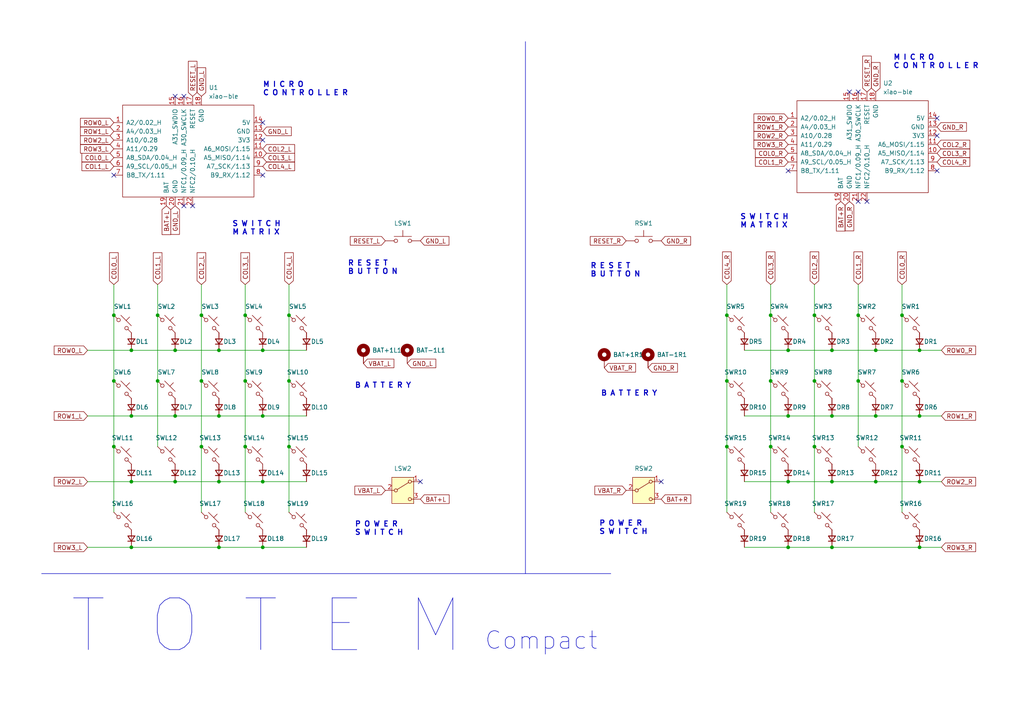
<source format=kicad_sch>
(kicad_sch (version 20250114) (generator "eeschema") (generator_version "9.0")
  (paper "A4")
  (lib_symbols
    (symbol "Device:D_Small" (pin_numbers (hide yes)) (pin_names (offset 0.254) (hide yes))
      (property "Reference" "D" (at -1.27 2.032 0))
      (property "Value" "D_Small" (at -3.81 -2.032 0))
      (symbol "D_Small_0_1"
        (polyline (pts (xy -0.762 0) (xy 0.762 0)))
        (polyline (pts (xy -0.762 -1.016) (xy -0.762 1.016)) (stroke (width 0.254)))
        (polyline (pts (xy 0.762 -1.016) (xy -0.762 0) (xy 0.762 1.016) (xy 0.762 -1.016)) (stroke (width 0.254)))
      )
      (symbol "D_Small_1_1"
        (pin passive line (at -2.54 0 0) (length 1.778) (name "K") (number "1"))
        (pin passive line (at 2.54 0 180) (length 1.778) (name "A") (number "2"))
      )
    )
    (symbol "Mechanical:MountingHole_Pad" (pin_numbers (hide yes)) (pin_names (offset 1.016) (hide yes)) (in_bom no)
      (property "Reference" "H" (at 0 6.35 0))
      (property "Value" "MountingHole_Pad" (at 0 4.445 0))
      (symbol "MountingHole_Pad_0_1"
        (circle (center 0 1.27) (radius 1.27) (stroke (width 1.27)))
      )
      (symbol "MountingHole_Pad_1_1"
        (pin input line (at 0 -2.54 90) (length 2.54) (name "1") (number "1"))
      )
    )
    (symbol "Switch:SW_Push" (pin_numbers (hide yes)) (pin_names (offset 1.016) (hide yes))
      (property "Reference" "SW" (at 1.27 2.54 0))
      (property "Value" "SW_Push" (at 0 -1.524 0))
      (symbol "SW_Push_0_1"
        (circle (center -2.032 0) (radius 0.508))
        (polyline (pts (xy 0 1.27) (xy 0 3.048)))
        (circle (center 2.032 0) (radius 0.508))
        (polyline (pts (xy 2.54 1.27) (xy -2.54 1.27)))
        (pin passive line (at -5.08 0 0) (length 2.54) (name "1") (number "1"))
        (pin passive line (at 5.08 0 180) (length 2.54) (name "2") (number "2"))
      )
    )
    (symbol "Switch:SW_Push_45deg" (pin_numbers (hide yes)) (pin_names (offset 1.016) (hide yes))
      (property "Reference" "SW" (at 3.048 1.016 0))
      (property "Value" "SW_Push_45deg" (at 0 -3.81 0))
      (symbol "SW_Push_45deg_0_1"
        (polyline (pts (xy -2.54 2.54) (xy -1.524 1.524) (xy -1.524 1.524)))
        (circle (center -1.1684 1.1684) (radius 0.508))
        (polyline (pts (xy -0.508 2.54) (xy 2.54 -0.508)))
        (polyline (pts (xy 1.016 1.016) (xy 2.032 2.032)))
        (circle (center 1.143 -1.1938) (radius 0.508))
        (polyline (pts (xy 1.524 -1.524) (xy 2.54 -2.54) (xy 2.54 -2.54) (xy 2.54 -2.54)))
        (pin passive line (at -2.54 2.54 0) (length 0) (name "1") (number "1"))
        (pin passive line (at 2.54 -2.54 180) (length 0) (name "2") (number "2"))
      )
    )
    (symbol "Switch:SW_SPDT" (pin_names (offset 0) (hide yes))
      (property "Reference" "SW" (at 0 5.08 0))
      (property "Value" "SW_SPDT" (at 0 -5.08 0))
      (symbol "SW_SPDT_0_1"
        (circle (center -2.032 0) (radius 0.4572))
        (polyline (pts (xy -1.651 0.254) (xy 1.651 2.286)))
        (circle (center 2.032 2.54) (radius 0.4572))
        (circle (center 2.032 -2.54) (radius 0.4572))
      )
      (symbol "SW_SPDT_1_1"
        (rectangle (start -3.175 3.81) (end 3.175 -3.81) (fill (type background)))
        (pin passive line (at -5.08 0 0) (length 2.54) (name "B") (number "2"))
        (pin passive line (at 5.08 2.54 180) (length 2.54) (name "A") (number "1"))
        (pin passive line (at 5.08 -2.54 180) (length 2.54) (name "C") (number "3"))
      )
    )
    (symbol "mcu:xiao-ble" (pin_names (offset 1.016))
      (property "Reference" "U" (at -17.78 16.51 0))
      (property "Value" "xiao-ble" (at -15.24 13.97 0))
      (symbol "xiao-ble_0_1"
        (rectangle (start -19.05 12.7) (end 19.05 -13.97))
      )
      (symbol "xiao-ble_1_1"
        (pin bidirectional line (at -21.59 7.62 0) (length 2.54) (name "A2/0.02_H") (number "1"))
        (pin bidirectional line (at -21.59 5.08 0) (length 2.54) (name "A4/0.03_H") (number "2"))
        (pin bidirectional line (at -21.59 2.54 0) (length 2.54) (name "A10/0.28") (number "3"))
        (pin bidirectional line (at -21.59 0 0) (length 2.54) (name "A11/0.29") (number "4"))
        (pin bidirectional line (at -21.59 -2.54 0) (length 2.54) (name "A8_SDA/0.04_H") (number "5"))
        (pin bidirectional line (at -21.59 -5.08 0) (length 2.54) (name "A9_SCL/0.05_H") (number "6"))
        (pin bidirectional line (at -21.59 -7.62 0) (length 2.54) (name "B8_TX/1.11") (number "7"))
        (pin bidirectional line (at -6.35 -16.51 90) (length 2.54) (name "BAT") (number "19"))
        (pin input line (at -3.81 15.24 270) (length 2.54) (name "A31_SWDIO") (number "15"))
        (pin power_out line (at -3.81 -16.51 90) (length 2.54) (name "GND") (number "20"))
        (pin input line (at -1.27 15.24 270) (length 2.54) (name "A30_SWCLK") (number "16"))
        (pin bidirectional line (at -1.27 -16.51 90) (length 2.54) (name "NFC1/0.09_H") (number "21"))
        (pin input line (at 1.27 15.24 270) (length 2.54) (name "RESET") (number "17"))
        (pin bidirectional line (at 1.27 -16.51 90) (length 2.54) (name "NFC2/0.10_H") (number "22"))
        (pin power_out line (at 3.81 15.24 270) (length 2.54) (name "GND") (number "18"))
        (pin power_out line (at 21.59 7.62 180) (length 2.54) (name "5V") (number "14"))
        (pin power_out line (at 21.59 5.08 180) (length 2.54) (name "GND") (number "13"))
        (pin power_out line (at 21.59 2.54 180) (length 2.54) (name "3V3") (number "12"))
        (pin bidirectional line (at 21.59 0 180) (length 2.54) (name "A6_MOSI/1.15") (number "11"))
        (pin bidirectional line (at 21.59 -2.54 180) (length 2.54) (name "A5_MISO/1.14") (number "10"))
        (pin bidirectional line (at 21.59 -5.08 180) (length 2.54) (name "A7_SCK/1.13") (number "9"))
        (pin bidirectional line (at 21.59 -7.62 180) (length 2.54) (name "B9_RX/1.12") (number "8"))
      )
    )
  )
  (text "M I C R O \nC O N T R O L L E R" (at 259.08 20.066 0) (effects (font (size 1.5 1.5) (thickness 0.3) (bold yes)) (justify left bottom)))
  (text "B A T T E R Y" (at 174.244 115.062 0) (effects (font (size 1.5 1.5) (thickness 0.3) (bold yes)) (justify left bottom)))
  (text "S W I T C H\nM A T R I X" (at 67.31 68.326 0) (effects (font (size 1.5 1.5) (thickness 0.3) (bold yes)) (justify left bottom)))
  (text "S W I T C H\nM A T R I X" (at 214.63 66.294 0) (effects (font (size 1.5 1.5) (thickness 0.3) (bold yes)) (justify left bottom)))
  (text "P O W E R\nS W I T C H" (at 173.736 155.194 0) (effects (font (size 1.5 1.5) (thickness 0.3) (bold yes)) (justify left bottom)))
  (text "B A T T E R Y" (at 102.87 112.776 0) (effects (font (size 1.5 1.5) (thickness 0.3) (bold yes)) (justify left bottom)))
  (text "P O W E R\nS W I T C H" (at 102.87 155.448 0) (effects (font (size 1.5 1.5) (thickness 0.3) (bold yes)) (justify left bottom)))
  (text "Compact" (at 156.972 185.928 0) (effects (font (size 5.08 5.08))))
  (text "R E S E T \nB U T T O N" (at 100.838 79.756 0) (effects (font (size 1.5 1.5) (thickness 0.3) (bold yes)) (justify left bottom)))
  (text "T O T E M" (at 19.812 190.5 0) (effects (font (size 15 15)) (justify left bottom)))
  (text "R E S E T \nB U T T O N" (at 171.196 80.518 0) (effects (font (size 1.5 1.5) (thickness 0.3) (bold yes)) (justify left bottom)))
  (text "M I C R O \nC O N T R O L L E R" (at 76.2 27.94 0) (effects (font (size 1.5 1.5) (thickness 0.3) (bold yes)) (justify left bottom)))
  (junction (at 38.1 101.6))
  (junction (at 76.2 139.7))
  (junction (at 83.82 91.44))
  (junction (at 266.7 101.6))
  (junction (at 50.8 139.7))
  (junction (at 241.3 139.7))
  (junction (at 266.7 120.65))
  (junction (at 236.22 110.49))
  (junction (at 63.5 101.6))
  (junction (at 33.02 91.44))
  (junction (at 71.12 129.54))
  (junction (at 76.2 158.75))
  (junction (at 71.12 91.44))
  (junction (at 63.5 158.75))
  (junction (at 228.6 101.6))
  (junction (at 223.52 91.44))
  (junction (at 58.42 129.54))
  (junction (at 83.82 129.54))
  (junction (at 228.6 158.75))
  (junction (at 38.1 158.75))
  (junction (at 71.12 110.49))
  (junction (at 210.82 129.54))
  (junction (at 76.2 120.65))
  (junction (at 261.62 91.44))
  (junction (at 38.1 139.7))
  (junction (at 223.52 129.54))
  (junction (at 241.3 101.6))
  (junction (at 261.62 129.54))
  (junction (at 254 120.65))
  (junction (at 76.2 101.6))
  (junction (at 254 139.7))
  (junction (at 45.72 91.44))
  (junction (at 33.02 110.49))
  (junction (at 254 101.6))
  (junction (at 228.6 120.65))
  (junction (at 58.42 91.44))
  (junction (at 45.72 110.49))
  (junction (at 33.02 129.54))
  (junction (at 248.92 91.44))
  (junction (at 228.6 139.7))
  (junction (at 210.82 91.44))
  (junction (at 50.8 120.65))
  (junction (at 63.5 139.7))
  (junction (at 58.42 110.49))
  (junction (at 38.1 120.65))
  (junction (at 266.7 139.7))
  (junction (at 261.62 110.49))
  (junction (at 241.3 158.75))
  (junction (at 210.82 110.49))
  (junction (at 50.8 101.6))
  (junction (at 236.22 91.44))
  (junction (at 266.7 158.75))
  (junction (at 236.22 129.54))
  (junction (at 223.52 110.49))
  (junction (at 83.82 110.49))
  (junction (at 248.92 110.49))
  (junction (at 241.3 120.65))
  (junction (at 63.5 120.65))
  (no_connect (at 76.2 40.64))
  (no_connect (at 248.92 58.42))
  (no_connect (at 191.77 139.7))
  (no_connect (at 248.92 26.67))
  (no_connect (at 53.34 59.69))
  (no_connect (at 121.92 139.7))
  (no_connect (at 271.78 34.29))
  (no_connect (at 251.46 58.42))
  (no_connect (at 53.34 27.94))
  (no_connect (at 271.78 39.37))
  (no_connect (at 33.02 50.8))
  (no_connect (at 50.8 27.94))
  (no_connect (at 76.2 50.8))
  (no_connect (at 76.2 35.56))
  (no_connect (at 271.78 49.53))
  (no_connect (at 228.6 49.53))
  (no_connect (at 55.88 59.69))
  (no_connect (at 246.38 26.67))
  (polyline (pts (xy 12.065 166.37) (xy 177.165 166.37)))
  (wire (pts (xy 254 120.65) (xy 266.7 120.65)))
  (wire (pts (xy 210.82 110.49) (xy 210.82 129.54)))
  (wire (pts (xy 38.1 139.7) (xy 50.8 139.7)))
  (wire (pts (xy 63.5 120.65) (xy 76.2 120.65)))
  (wire (pts (xy 261.62 129.54) (xy 261.62 148.59)))
  (wire (pts (xy 215.9 120.65) (xy 228.6 120.65)))
  (wire (pts (xy 261.62 91.44) (xy 261.62 110.49)))
  (wire (pts (xy 58.42 110.49) (xy 58.42 129.54)))
  (wire (pts (xy 241.3 101.6) (xy 254 101.6)))
  (wire (pts (xy 248.92 110.49) (xy 248.92 129.54)))
  (wire (pts (xy 25.4 120.65) (xy 38.1 120.65)))
  (wire (pts (xy 266.7 101.6) (xy 273.05 101.6)))
  (wire (pts (xy 228.6 120.65) (xy 241.3 120.65)))
  (wire (pts (xy 228.6 139.7) (xy 241.3 139.7)))
  (wire (pts (xy 261.62 82.55) (xy 261.62 91.44)))
  (wire (pts (xy 58.42 82.55) (xy 58.42 91.44)))
  (wire (pts (xy 223.52 110.49) (xy 223.52 129.54)))
  (wire (pts (xy 45.72 91.44) (xy 45.72 110.49)))
  (wire (pts (xy 261.62 110.49) (xy 261.62 129.54)))
  (wire (pts (xy 58.42 91.44) (xy 58.42 110.49)))
  (wire (pts (xy 63.5 101.6) (xy 76.2 101.6)))
  (wire (pts (xy 50.8 139.7) (xy 63.5 139.7)))
  (wire (pts (xy 76.2 139.7) (xy 88.9 139.7)))
  (wire (pts (xy 210.82 129.54) (xy 210.82 148.59)))
  (wire (pts (xy 63.5 158.75) (xy 76.2 158.75)))
  (wire (pts (xy 25.4 101.6) (xy 38.1 101.6)))
  (wire (pts (xy 83.82 110.49) (xy 83.82 129.54)))
  (wire (pts (xy 215.9 101.6) (xy 228.6 101.6)))
  (wire (pts (xy 71.12 129.54) (xy 71.12 148.59)))
  (wire (pts (xy 210.82 91.44) (xy 210.82 110.49)))
  (wire (pts (xy 50.8 101.6) (xy 63.5 101.6)))
  (wire (pts (xy 215.9 158.75) (xy 228.6 158.75)))
  (wire (pts (xy 38.1 120.65) (xy 50.8 120.65)))
  (wire (pts (xy 33.02 82.55) (xy 33.02 91.44)))
  (wire (pts (xy 25.4 139.7) (xy 38.1 139.7)))
  (wire (pts (xy 228.6 158.75) (xy 241.3 158.75)))
  (wire (pts (xy 223.52 82.55) (xy 223.52 91.44)))
  (wire (pts (xy 254 139.7) (xy 266.7 139.7)))
  (wire (pts (xy 248.92 82.55) (xy 248.92 91.44)))
  (wire (pts (xy 241.3 158.75) (xy 266.7 158.75)))
  (wire (pts (xy 83.82 129.54) (xy 83.82 148.59)))
  (wire (pts (xy 38.1 101.6) (xy 50.8 101.6)))
  (wire (pts (xy 25.4 158.75) (xy 38.1 158.75)))
  (wire (pts (xy 241.3 139.7) (xy 254 139.7)))
  (wire (pts (xy 236.22 129.54) (xy 236.22 148.59)))
  (wire (pts (xy 266.7 120.65) (xy 273.05 120.65)))
  (wire (pts (xy 236.22 110.49) (xy 236.22 129.54)))
  (wire (pts (xy 83.82 82.55) (xy 83.82 91.44)))
  (wire (pts (xy 223.52 91.44) (xy 223.52 110.49)))
  (wire (pts (xy 228.6 101.6) (xy 241.3 101.6)))
  (wire (pts (xy 38.1 158.75) (xy 63.5 158.75)))
  (wire (pts (xy 266.7 139.7) (xy 273.05 139.7)))
  (wire (pts (xy 58.42 129.54) (xy 58.42 148.59)))
  (wire (pts (xy 248.92 91.44) (xy 248.92 110.49)))
  (wire (pts (xy 236.22 91.44) (xy 236.22 110.49)))
  (wire (pts (xy 215.9 139.7) (xy 228.6 139.7)))
  (wire (pts (xy 210.82 82.55) (xy 210.82 91.44)))
  (wire (pts (xy 266.7 158.75) (xy 273.05 158.75)))
  (wire (pts (xy 45.72 82.55) (xy 45.72 91.44)))
  (wire (pts (xy 223.52 129.54) (xy 223.52 148.59)))
  (wire (pts (xy 63.5 139.7) (xy 76.2 139.7)))
  (wire (pts (xy 33.02 110.49) (xy 33.02 129.54)))
  (wire (pts (xy 76.2 158.75) (xy 88.9 158.75)))
  (wire (pts (xy 254 101.6) (xy 266.7 101.6)))
  (wire (pts (xy 241.3 120.65) (xy 254 120.65)))
  (wire (pts (xy 50.8 120.65) (xy 63.5 120.65)))
  (wire (pts (xy 33.02 91.44) (xy 33.02 110.49)))
  (wire (pts (xy 45.72 110.49) (xy 45.72 129.54)))
  (wire (pts (xy 71.12 82.55) (xy 71.12 91.44)))
  (wire (pts (xy 83.82 91.44) (xy 83.82 110.49)))
  (wire (pts (xy 71.12 110.49) (xy 71.12 129.54)))
  (wire (pts (xy 71.12 91.44) (xy 71.12 110.49)))
  (wire (pts (xy 33.02 129.54) (xy 33.02 148.59)))
  (wire (pts (xy 236.22 82.55) (xy 236.22 91.44)))
  (polyline (pts (xy 152.4 12.065) (xy 152.4 166.37)))
  (wire (pts (xy 76.2 101.6) (xy 88.9 101.6)))
  (wire (pts (xy 76.2 120.65) (xy 88.9 120.65)))
  (global_label "COL4_L" (shape input) (at 76.2 48.26 0) (property "Intersheetrefs" "${INTERSHEET_REFS}" (effects (hide yes))))
  (global_label "COL1_R" (shape input) (at 248.92 82.55 90) (property "Intersheetrefs" "${INTERSHEET_REFS}" (effects (hide yes))))
  (global_label "COL0_R" (shape input) (at 228.6 44.45 180) (property "Intersheetrefs" "${INTERSHEET_REFS}" (effects (hide yes))))
  (global_label "COL0_R" (shape input) (at 261.62 82.55 90) (property "Intersheetrefs" "${INTERSHEET_REFS}" (effects (hide yes))))
  (global_label "GND_L" (shape input) (at 118.11 105.41 0) (property "Intersheetrefs" "${INTERSHEET_REFS}" (effects (hide yes))))
  (global_label "COL0_L" (shape input) (at 33.02 45.72 180) (property "Intersheetrefs" "${INTERSHEET_REFS}" (effects (hide yes))))
  (global_label "GND_R" (shape input) (at 187.96 106.68 0) (property "Intersheetrefs" "${INTERSHEET_REFS}" (effects (hide yes))))
  (global_label "COL2_R" (shape input) (at 236.22 82.55 90) (property "Intersheetrefs" "${INTERSHEET_REFS}" (effects (hide yes))))
  (global_label "COL3_L" (shape input) (at 76.2 45.72 0) (property "Intersheetrefs" "${INTERSHEET_REFS}" (effects (hide yes))))
  (global_label "COL1_R" (shape input) (at 228.6 46.99 180) (property "Intersheetrefs" "${INTERSHEET_REFS}" (effects (hide yes))))
  (global_label "ROW3_R" (shape input) (at 273.05 158.75 0) (property "Intersheetrefs" "${INTERSHEET_REFS}" (effects (hide yes))))
  (global_label "GND_L" (shape input) (at 50.8 59.69 270) (property "Intersheetrefs" "${INTERSHEET_REFS}" (effects (hide yes))))
  (global_label "ROW1_R" (shape input) (at 228.6 36.83 180) (property "Intersheetrefs" "${INTERSHEET_REFS}" (effects (hide yes))))
  (global_label "ROW2_R" (shape input) (at 228.6 39.37 180) (property "Intersheetrefs" "${INTERSHEET_REFS}" (effects (hide yes))))
  (global_label "GND_R" (shape input) (at 246.38 58.42 270) (property "Intersheetrefs" "${INTERSHEET_REFS}" (effects (hide yes))))
  (global_label "ROW2_L" (shape input) (at 33.02 40.64 180) (property "Intersheetrefs" "${INTERSHEET_REFS}" (effects (hide yes))))
  (global_label "COL3_R" (shape input) (at 223.52 82.55 90) (property "Intersheetrefs" "${INTERSHEET_REFS}" (effects (hide yes))))
  (global_label "ROW0_L" (shape input) (at 25.4 101.6 180) (property "Intersheetrefs" "${INTERSHEET_REFS}" (effects (hide yes))))
  (global_label "ROW3_L" (shape input) (at 25.4 158.75 180) (property "Intersheetrefs" "${INTERSHEET_REFS}" (effects (hide yes))))
  (global_label "ROW2_L" (shape input) (at 25.4 139.7 180) (property "Intersheetrefs" "${INTERSHEET_REFS}" (effects (hide yes))))
  (global_label "ROW2_R" (shape input) (at 273.05 139.7 0) (property "Intersheetrefs" "${INTERSHEET_REFS}" (effects (hide yes))))
  (global_label "COL3_R" (shape input) (at 271.78 44.45 0) (property "Intersheetrefs" "${INTERSHEET_REFS}" (effects (hide yes))))
  (global_label "COL3_L" (shape input) (at 71.12 82.55 90) (property "Intersheetrefs" "${INTERSHEET_REFS}" (effects (hide yes))))
  (global_label "RESET_L" (shape input) (at 111.76 69.85 180) (property "Intersheetrefs" "${INTERSHEET_REFS}" (effects (hide yes))))
  (global_label "ROW0_R" (shape input) (at 228.6 34.29 180) (property "Intersheetrefs" "${INTERSHEET_REFS}" (effects (hide yes))))
  (global_label "ROW1_L" (shape input) (at 33.02 38.1 180) (property "Intersheetrefs" "${INTERSHEET_REFS}" (effects (hide yes))))
  (global_label "ROW1_L" (shape input) (at 25.4 120.65 180) (property "Intersheetrefs" "${INTERSHEET_REFS}" (effects (hide yes))))
  (global_label "GND_R" (shape input) (at 254 26.67 90) (property "Intersheetrefs" "${INTERSHEET_REFS}" (effects (hide yes))))
  (global_label "BAT+L" (shape input) (at 121.92 144.78 0) (property "Intersheetrefs" "${INTERSHEET_REFS}" (effects (hide yes))))
  (global_label "ROW3_L" (shape input) (at 33.02 43.18 180) (property "Intersheetrefs" "${INTERSHEET_REFS}" (effects (hide yes))))
  (global_label "VBAT_L" (shape input) (at 105.41 105.41 0) (property "Intersheetrefs" "${INTERSHEET_REFS}" (effects (hide yes))))
  (global_label "BAT+R" (shape input) (at 243.84 58.42 270) (property "Intersheetrefs" "${INTERSHEET_REFS}" (effects (hide yes))))
  (global_label "COL1_L" (shape input) (at 33.02 48.26 180) (property "Intersheetrefs" "${INTERSHEET_REFS}" (effects (hide yes))))
  (global_label "ROW3_R" (shape input) (at 228.6 41.91 180) (property "Intersheetrefs" "${INTERSHEET_REFS}" (effects (hide yes))))
  (global_label "GND_L" (shape input) (at 121.92 69.85 0) (property "Intersheetrefs" "${INTERSHEET_REFS}" (effects (hide yes))))
  (global_label "COL4_R" (shape input) (at 210.82 82.55 90) (property "Intersheetrefs" "${INTERSHEET_REFS}" (effects (hide yes))))
  (global_label "GND_R" (shape input) (at 271.78 36.83 0) (property "Intersheetrefs" "${INTERSHEET_REFS}" (effects (hide yes))))
  (global_label "ROW0_L" (shape input) (at 33.02 35.56 180) (property "Intersheetrefs" "${INTERSHEET_REFS}" (effects (hide yes))))
  (global_label "COL2_L" (shape input) (at 76.2 43.18 0) (property "Intersheetrefs" "${INTERSHEET_REFS}" (effects (hide yes))))
  (global_label "COL1_L" (shape input) (at 45.72 82.55 90) (property "Intersheetrefs" "${INTERSHEET_REFS}" (effects (hide yes))))
  (global_label "RESET_L" (shape input) (at 55.88 27.94 90) (property "Intersheetrefs" "${INTERSHEET_REFS}" (effects (hide yes))))
  (global_label "COL0_L" (shape input) (at 33.02 82.55 90) (property "Intersheetrefs" "${INTERSHEET_REFS}" (effects (hide yes))))
  (global_label "ROW0_R" (shape input) (at 273.05 101.6 0) (property "Intersheetrefs" "${INTERSHEET_REFS}" (effects (hide yes))))
  (global_label "RESET_R" (shape input) (at 181.61 69.85 180) (property "Intersheetrefs" "${INTERSHEET_REFS}" (effects (hide yes))))
  (global_label "VBAT_L" (shape input) (at 111.76 142.24 180) (property "Intersheetrefs" "${INTERSHEET_REFS}" (effects (hide yes))))
  (global_label "BAT+R" (shape input) (at 191.77 144.78 0) (property "Intersheetrefs" "${INTERSHEET_REFS}" (effects (hide yes))))
  (global_label "ROW1_R" (shape input) (at 273.05 120.65 0) (property "Intersheetrefs" "${INTERSHEET_REFS}" (effects (hide yes))))
  (global_label "GND_L" (shape input) (at 58.42 27.94 90) (property "Intersheetrefs" "${INTERSHEET_REFS}" (effects (hide yes))))
  (global_label "VBAT_R" (shape input) (at 181.61 142.24 180) (property "Intersheetrefs" "${INTERSHEET_REFS}" (effects (hide yes))))
  (global_label "COL4_L" (shape input) (at 83.82 82.55 90) (property "Intersheetrefs" "${INTERSHEET_REFS}" (effects (hide yes))))
  (global_label "GND_R" (shape input) (at 191.77 69.85 0) (property "Intersheetrefs" "${INTERSHEET_REFS}" (effects (hide yes))))
  (global_label "VBAT_R" (shape input) (at 175.26 106.68 0) (property "Intersheetrefs" "${INTERSHEET_REFS}" (effects (hide yes))))
  (global_label "BAT+L" (shape input) (at 48.26 59.69 270) (property "Intersheetrefs" "${INTERSHEET_REFS}" (effects (hide yes))))
  (global_label "COL4_R" (shape input) (at 271.78 46.99 0) (property "Intersheetrefs" "${INTERSHEET_REFS}" (effects (hide yes))))
  (global_label "COL2_L" (shape input) (at 58.42 82.55 90) (property "Intersheetrefs" "${INTERSHEET_REFS}" (effects (hide yes))))
  (global_label "GND_L" (shape input) (at 76.2 38.1 0) (property "Intersheetrefs" "${INTERSHEET_REFS}" (effects (hide yes))))
  (global_label "RESET_R" (shape input) (at 251.46 26.67 90) (property "Intersheetrefs" "${INTERSHEET_REFS}" (effects (hide yes))))
  (global_label "COL2_R" (shape input) (at 271.78 41.91 0) (property "Intersheetrefs" "${INTERSHEET_REFS}" (effects (hide yes))))
  (symbol (lib_id "Device:D_Small") (at 76.2 137.16 90) (unit 1)
    (property "Reference" "DL14" (at 77.47 137.16 90) (effects (justify right)))
    (property "Value" "D_Small" (effects (hide yes)))
    (property "Footprint" "TOTEMlib:Diode_SOD123" (effects (hide yes)))
    (property "Description" "Diode, small symbol" (effects (hide yes)))
    (property "Sim.Device" "D" (effects (hide yes)))
    (property "Sim.Pins" "1=K 2=A" (effects (hide yes)))
  )
  (symbol (lib_id "Device:D_Small") (at 38.1 137.16 90) (unit 1)
    (property "Reference" "DL11" (at 39.37 137.16 90) (effects (justify right)))
    (property "Value" "D_Small" (effects (hide yes)))
    (property "Footprint" "TOTEMlib:Diode_SOD123" (effects (hide yes)))
    (property "Description" "Diode, small symbol" (effects (hide yes)))
    (property "Sim.Device" "D" (effects (hide yes)))
    (property "Sim.Pins" "1=K 2=A" (effects (hide yes)))
  )
  (symbol (lib_id "Device:D_Small") (at 63.5 118.11 90) (unit 1)
    (property "Reference" "DL8" (at 64.77 118.11 90) (effects (justify right)))
    (property "Value" "D_Small" (effects (hide yes)))
    (property "Footprint" "TOTEMlib:Diode_SOD123" (effects (hide yes)))
    (property "Description" "Diode, small symbol" (effects (hide yes)))
    (property "Sim.Device" "D" (effects (hide yes)))
    (property "Sim.Pins" "1=K 2=A" (effects (hide yes)))
  )
  (symbol (lib_id "Switch:SW_Push_45deg") (at 48.26 93.98 0) (unit 1)
    (property "Reference" "SWL2" (at 48.26 88.9 0))
    (property "Value" "SW_Push_45deg" (effects (hide yes)))
    (property "Footprint" "TOTEMlib:Kailh_socket_PG1350_optional" (effects (hide yes)))
    (property "Description" "Push button switch, normally open, two pins, 45° tilted" (effects (hide yes)))
  )
  (symbol (lib_id "Switch:SW_Push_45deg") (at 60.96 151.13 0) (unit 1)
    (property "Reference" "SWL17" (at 60.96 146.05 0))
    (property "Value" "SW_Push_45deg" (effects (hide yes)))
    (property "Footprint" "TOTEMlib:Kailh_socket_PG1350_optional" (effects (hide yes)))
    (property "Description" "Push button switch, normally open, two pins, 45° tilted" (effects (hide yes)))
  )
  (symbol (lib_id "Device:D_Small") (at 215.9 137.16 90) (unit 1)
    (property "Reference" "DR15" (at 217.17 137.16 90) (effects (justify right)))
    (property "Value" "D_Small" (effects (hide yes)))
    (property "Footprint" "TOTEMlib:Diode_SOD123" (effects (hide yes)))
    (property "Description" "Diode, small symbol" (effects (hide yes)))
    (property "Sim.Device" "D" (effects (hide yes)))
    (property "Sim.Pins" "1=K 2=A" (effects (hide yes)))
  )
  (symbol (lib_id "Device:D_Small") (at 50.8 137.16 90) (unit 1)
    (property "Reference" "DL12" (at 52.07 137.16 90) (effects (justify right)))
    (property "Value" "D_Small" (effects (hide yes)))
    (property "Footprint" "TOTEMlib:Diode_SOD123" (effects (hide yes)))
    (property "Description" "Diode, small symbol" (effects (hide yes)))
    (property "Sim.Device" "D" (effects (hide yes)))
    (property "Sim.Pins" "1=K 2=A" (effects (hide yes)))
  )
  (symbol (lib_id "Device:D_Small") (at 63.5 137.16 90) (unit 1)
    (property "Reference" "DL13" (at 64.77 137.16 90) (effects (justify right)))
    (property "Value" "D_Small" (effects (hide yes)))
    (property "Footprint" "TOTEMlib:Diode_SOD123" (effects (hide yes)))
    (property "Description" "Diode, small symbol" (effects (hide yes)))
    (property "Sim.Device" "D" (effects (hide yes)))
    (property "Sim.Pins" "1=K 2=A" (effects (hide yes)))
  )
  (symbol (lib_id "Switch:SW_Push_45deg") (at 86.36 151.13 0) (unit 1)
    (property "Reference" "SWL19" (at 86.36 146.05 0))
    (property "Value" "SW_Push_45deg" (effects (hide yes)))
    (property "Footprint" "TOTEMlib:Kailh_socket_PG1350_optional" (effects (hide yes)))
    (property "Description" "Push button switch, normally open, two pins, 45° tilted" (effects (hide yes)))
  )
  (symbol (lib_id "Switch:SW_Push_45deg") (at 35.56 151.13 0) (unit 1)
    (property "Reference" "SWL16" (at 35.56 146.05 0))
    (property "Value" "SW_Push_45deg" (effects (hide yes)))
    (property "Footprint" "TOTEMlib:Kailh_socket_PG1350_optional" (effects (hide yes)))
    (property "Description" "Push button switch, normally open, two pins, 45° tilted" (effects (hide yes)))
  )
  (symbol (lib_id "Device:D_Small") (at 215.9 156.21 90) (unit 1)
    (property "Reference" "DR19" (at 217.17 156.21 90) (effects (justify right)))
    (property "Value" "D_Small" (effects (hide yes)))
    (property "Footprint" "TOTEMlib:Diode_SOD123" (effects (hide yes)))
    (property "Description" "Diode, small symbol" (effects (hide yes)))
    (property "Sim.Device" "D" (effects (hide yes)))
    (property "Sim.Pins" "1=K 2=A" (effects (hide yes)))
  )
  (symbol (lib_id "Switch:SW_Push_45deg") (at 86.36 93.98 0) (unit 1)
    (property "Reference" "SWL5" (at 86.36 88.9 0))
    (property "Value" "SW_Push_45deg" (effects (hide yes)))
    (property "Footprint" "TOTEMlib:Kailh_socket_PG1350_optional" (effects (hide yes)))
    (property "Description" "Push button switch, normally open, two pins, 45° tilted" (effects (hide yes)))
  )
  (symbol (lib_id "Device:D_Small") (at 254 99.06 90) (unit 1)
    (property "Reference" "DR2" (at 255.27 99.06 90) (effects (justify right)))
    (property "Value" "D_Small" (effects (hide yes)))
    (property "Footprint" "TOTEMlib:Diode_SOD123" (effects (hide yes)))
    (property "Description" "Diode, small symbol" (effects (hide yes)))
    (property "Sim.Device" "D" (effects (hide yes)))
    (property "Sim.Pins" "1=K 2=A" (effects (hide yes)))
  )
  (symbol (lib_id "Switch:SW_Push_45deg") (at 213.36 113.03 0) (unit 1)
    (property "Reference" "SWR10" (at 213.36 107.95 0))
    (property "Value" "SW_Push_45deg" (effects (hide yes)))
    (property "Footprint" "TOTEMlib:Kailh_socket_PG1350_optional" (effects (hide yes)))
    (property "Description" "Push button switch, normally open, two pins, 45° tilted" (effects (hide yes)))
  )
  (symbol (lib_id "Switch:SW_Push_45deg") (at 35.56 113.03 0) (unit 1)
    (property "Reference" "SWL6" (at 35.56 107.95 0))
    (property "Value" "SW_Push_45deg" (effects (hide yes)))
    (property "Footprint" "TOTEMlib:Kailh_socket_PG1350_optional" (effects (hide yes)))
    (property "Description" "Push button switch, normally open, two pins, 45° tilted" (effects (hide yes)))
  )
  (symbol (lib_id "Switch:SW_Push_45deg") (at 73.66 93.98 0) (unit 1)
    (property "Reference" "SWL4" (at 73.66 88.9 0))
    (property "Value" "SW_Push_45deg" (effects (hide yes)))
    (property "Footprint" "TOTEMlib:Kailh_socket_PG1350_optional" (effects (hide yes)))
    (property "Description" "Push button switch, normally open, two pins, 45° tilted" (effects (hide yes)))
  )
  (symbol (lib_id "Device:D_Small") (at 254 118.11 90) (unit 1)
    (property "Reference" "DR7" (at 255.27 118.11 90) (effects (justify right)))
    (property "Value" "D_Small" (effects (hide yes)))
    (property "Footprint" "TOTEMlib:Diode_SOD123" (effects (hide yes)))
    (property "Description" "Diode, small symbol" (effects (hide yes)))
    (property "Sim.Device" "D" (effects (hide yes)))
    (property "Sim.Pins" "1=K 2=A" (effects (hide yes)))
  )
  (symbol (lib_id "Device:D_Small") (at 228.6 99.06 90) (unit 1)
    (property "Reference" "DR4" (at 229.87 99.06 90) (effects (justify right)))
    (property "Value" "D_Small" (effects (hide yes)))
    (property "Footprint" "TOTEMlib:Diode_SOD123" (effects (hide yes)))
    (property "Description" "Diode, small symbol" (effects (hide yes)))
    (property "Sim.Device" "D" (effects (hide yes)))
    (property "Sim.Pins" "1=K 2=A" (effects (hide yes)))
  )
  (symbol (lib_id "Switch:SW_Push_45deg") (at 213.36 93.98 0) (unit 1)
    (property "Reference" "SWR5" (at 213.36 88.9 0))
    (property "Value" "SW_Push_45deg" (effects (hide yes)))
    (property "Footprint" "TOTEMlib:Kailh_socket_PG1350_optional" (effects (hide yes)))
    (property "Description" "Push button switch, normally open, two pins, 45° tilted" (effects (hide yes)))
  )
  (symbol (lib_id "Device:D_Small") (at 38.1 118.11 90) (unit 1)
    (property "Reference" "DL6" (at 39.37 118.11 90) (effects (justify right)))
    (property "Value" "D_Small" (effects (hide yes)))
    (property "Footprint" "TOTEMlib:Diode_SOD123" (effects (hide yes)))
    (property "Description" "Diode, small symbol" (effects (hide yes)))
    (property "Sim.Device" "D" (effects (hide yes)))
    (property "Sim.Pins" "1=K 2=A" (effects (hide yes)))
  )
  (symbol (lib_id "Device:D_Small") (at 88.9 156.21 90) (unit 1)
    (property "Reference" "DL19" (at 90.17 156.21 90) (effects (justify right)))
    (property "Value" "D_Small" (effects (hide yes)))
    (property "Footprint" "TOTEMlib:Diode_SOD123" (effects (hide yes)))
    (property "Description" "Diode, small symbol" (effects (hide yes)))
    (property "Sim.Device" "D" (effects (hide yes)))
    (property "Sim.Pins" "1=K 2=A" (effects (hide yes)))
  )
  (symbol (lib_id "Switch:SW_Push") (at 186.69 69.85 0) (unit 1)
    (property "Reference" "RSW1" (at 186.69 64.77 0))
    (property "Value" "SW_Push" (effects (hide yes)))
    (property "Footprint" "TOTEMlib:Diode_SOD123" (effects (hide yes)))
    (property "Description" "Push button switch, generic, two pins" (effects (hide yes)))
  )
  (symbol (lib_id "Device:D_Small") (at 228.6 137.16 90) (unit 1)
    (property "Reference" "DR14" (at 229.87 137.16 90) (effects (justify right)))
    (property "Value" "D_Small" (effects (hide yes)))
    (property "Footprint" "TOTEMlib:Diode_SOD123" (effects (hide yes)))
    (property "Description" "Diode, small symbol" (effects (hide yes)))
    (property "Sim.Device" "D" (effects (hide yes)))
    (property "Sim.Pins" "1=K 2=A" (effects (hide yes)))
  )
  (symbol (lib_id "Switch:SW_Push_45deg") (at 60.96 132.08 0) (unit 1)
    (property "Reference" "SWL13" (at 60.96 127 0))
    (property "Value" "SW_Push_45deg" (effects (hide yes)))
    (property "Footprint" "TOTEMlib:Kailh_socket_PG1350_optional" (effects (hide yes)))
    (property "Description" "Push button switch, normally open, two pins, 45° tilted" (effects (hide yes)))
  )
  (symbol (lib_id "Mechanical:MountingHole_Pad") (at 118.11 102.87 0) (unit 1) (in_bom no)
    (property "Reference" "BAT-1L1" (at 120.65 101.6 0) (effects (justify left)))
    (property "Value" "MountingHole_Pad" (effects (hide yes)))
    (property "Footprint" "TOTEMlib:BatteryPad" (effects (hide yes)))
    (property "Description" "Mounting Hole with connection" (effects (hide yes)))
  )
  (symbol (lib_id "Switch:SW_Push_45deg") (at 60.96 113.03 0) (unit 1)
    (property "Reference" "SWL8" (at 60.96 107.95 0))
    (property "Value" "SW_Push_45deg" (effects (hide yes)))
    (property "Footprint" "TOTEMlib:Kailh_socket_PG1350_optional" (effects (hide yes)))
    (property "Description" "Push button switch, normally open, two pins, 45° tilted" (effects (hide yes)))
  )
  (symbol (lib_id "Device:D_Small") (at 266.7 99.06 90) (unit 1)
    (property "Reference" "DR1" (at 267.97 99.06 90) (effects (justify right)))
    (property "Value" "D_Small" (effects (hide yes)))
    (property "Footprint" "TOTEMlib:Diode_SOD123" (effects (hide yes)))
    (property "Description" "Diode, small symbol" (effects (hide yes)))
    (property "Sim.Device" "D" (effects (hide yes)))
    (property "Sim.Pins" "1=K 2=A" (effects (hide yes)))
  )
  (symbol (lib_id "Switch:SW_Push_45deg") (at 226.06 113.03 0) (unit 1)
    (property "Reference" "SWR9" (at 226.06 107.95 0))
    (property "Value" "SW_Push_45deg" (effects (hide yes)))
    (property "Footprint" "TOTEMlib:Kailh_socket_PG1350_optional" (effects (hide yes)))
    (property "Description" "Push button switch, normally open, two pins, 45° tilted" (effects (hide yes)))
  )
  (symbol (lib_id "Device:D_Small") (at 50.8 118.11 90) (unit 1)
    (property "Reference" "DL7" (at 52.07 118.11 90) (effects (justify right)))
    (property "Value" "D_Small" (effects (hide yes)))
    (property "Footprint" "TOTEMlib:Diode_SOD123" (effects (hide yes)))
    (property "Description" "Diode, small symbol" (effects (hide yes)))
    (property "Sim.Device" "D" (effects (hide yes)))
    (property "Sim.Pins" "1=K 2=A" (effects (hide yes)))
  )
  (symbol (lib_id "Mechanical:MountingHole_Pad") (at 175.26 104.14 0) (unit 1) (in_bom no)
    (property "Reference" "BAT+1R1" (at 177.8 102.87 0) (effects (justify left)))
    (property "Value" "MountingHole_Pad" (effects (hide yes)))
    (property "Footprint" "TOTEMlib:BatteryPad" (effects (hide yes)))
    (property "Description" "Mounting Hole with connection" (effects (hide yes)))
  )
  (symbol (lib_id "Switch:SW_Push_45deg") (at 35.56 132.08 0) (unit 1)
    (property "Reference" "SWL11" (at 35.56 127 0))
    (property "Value" "SW_Push_45deg" (effects (hide yes)))
    (property "Footprint" "TOTEMlib:Kailh_socket_PG1350_optional" (effects (hide yes)))
    (property "Description" "Push button switch, normally open, two pins, 45° tilted" (effects (hide yes)))
  )
  (symbol (lib_id "Switch:SW_Push_45deg") (at 213.36 132.08 0) (unit 1)
    (property "Reference" "SWR15" (at 213.36 127 0))
    (property "Value" "SW_Push_45deg" (effects (hide yes)))
    (property "Footprint" "TOTEMlib:Kailh_socket_PG1350_optional" (effects (hide yes)))
    (property "Description" "Push button switch, normally open, two pins, 45° tilted" (effects (hide yes)))
  )
  (symbol (lib_id "Device:D_Small") (at 266.7 137.16 90) (unit 1)
    (property "Reference" "DR11" (at 267.97 137.16 90) (effects (justify right)))
    (property "Value" "D_Small" (effects (hide yes)))
    (property "Footprint" "TOTEMlib:Diode_SOD123" (effects (hide yes)))
    (property "Description" "Diode, small symbol" (effects (hide yes)))
    (property "Sim.Device" "D" (effects (hide yes)))
    (property "Sim.Pins" "1=K 2=A" (effects (hide yes)))
  )
  (symbol (lib_id "Device:D_Small") (at 215.9 118.11 90) (unit 1)
    (property "Reference" "DR10" (at 217.17 118.11 90) (effects (justify right)))
    (property "Value" "D_Small" (effects (hide yes)))
    (property "Footprint" "TOTEMlib:Diode_SOD123" (effects (hide yes)))
    (property "Description" "Diode, small symbol" (effects (hide yes)))
    (property "Sim.Device" "D" (effects (hide yes)))
    (property "Sim.Pins" "1=K 2=A" (effects (hide yes)))
  )
  (symbol (lib_id "Switch:SW_SPDT") (at 186.69 142.24 0) (unit 1)
    (property "Reference" "RSW2" (at 186.69 135.89 0))
    (property "Value" "SW_SPDT" (effects (hide yes)))
    (property "Footprint" "TOTEMlib:MSK12C02" (effects (hide yes)))
    (property "Description" "Switch, single pole double throw" (effects (hide yes)))
  )
  (symbol (lib_id "Switch:SW_Push_45deg") (at 73.66 113.03 0) (unit 1)
    (property "Reference" "SWL9" (at 73.66 107.95 0))
    (property "Value" "SW_Push_45deg" (effects (hide yes)))
    (property "Footprint" "TOTEMlib:Kailh_socket_PG1350_optional" (effects (hide yes)))
    (property "Description" "Push button switch, normally open, two pins, 45° tilted" (effects (hide yes)))
  )
  (symbol (lib_id "Switch:SW_Push_45deg") (at 238.76 132.08 0) (unit 1)
    (property "Reference" "SWR13" (at 238.76 127 0))
    (property "Value" "SW_Push_45deg" (effects (hide yes)))
    (property "Footprint" "TOTEMlib:Kailh_socket_PG1350_optional" (effects (hide yes)))
    (property "Description" "Push button switch, normally open, two pins, 45° tilted" (effects (hide yes)))
  )
  (symbol (lib_id "Mechanical:MountingHole_Pad") (at 187.96 104.14 0) (unit 1) (in_bom no)
    (property "Reference" "BAT-1R1" (at 190.5 102.87 0) (effects (justify left)))
    (property "Value" "MountingHole_Pad" (effects (hide yes)))
    (property "Footprint" "TOTEMlib:BatteryPad" (effects (hide yes)))
    (property "Description" "Mounting Hole with connection" (effects (hide yes)))
  )
  (symbol (lib_id "Device:D_Small") (at 63.5 99.06 90) (unit 1)
    (property "Reference" "DL3" (at 64.77 99.06 90) (effects (justify right)))
    (property "Value" "D_Small" (effects (hide yes)))
    (property "Footprint" "TOTEMlib:Diode_SOD123" (effects (hide yes)))
    (property "Description" "Diode, small symbol" (effects (hide yes)))
    (property "Sim.Device" "D" (effects (hide yes)))
    (property "Sim.Pins" "1=K 2=A" (effects (hide yes)))
  )
  (symbol (lib_id "Switch:SW_Push_45deg") (at 264.16 151.13 0) (unit 1)
    (property "Reference" "SWR16" (at 264.16 146.05 0))
    (property "Value" "SW_Push_45deg" (effects (hide yes)))
    (property "Footprint" "TOTEMlib:Kailh_socket_PG1350_optional" (effects (hide yes)))
    (property "Description" "Push button switch, normally open, two pins, 45° tilted" (effects (hide yes)))
  )
  (symbol (lib_id "Device:D_Small") (at 266.7 156.21 90) (unit 1)
    (property "Reference" "DR16" (at 267.97 156.21 90) (effects (justify right)))
    (property "Value" "D_Small" (effects (hide yes)))
    (property "Footprint" "TOTEMlib:Diode_SOD123" (effects (hide yes)))
    (property "Description" "Diode, small symbol" (effects (hide yes)))
    (property "Sim.Device" "D" (effects (hide yes)))
    (property "Sim.Pins" "1=K 2=A" (effects (hide yes)))
  )
  (symbol (lib_id "Device:D_Small") (at 241.3 118.11 90) (unit 1)
    (property "Reference" "DR8" (at 242.57 118.11 90) (effects (justify right)))
    (property "Value" "D_Small" (effects (hide yes)))
    (property "Footprint" "TOTEMlib:Diode_SOD123" (effects (hide yes)))
    (property "Description" "Diode, small symbol" (effects (hide yes)))
    (property "Sim.Device" "D" (effects (hide yes)))
    (property "Sim.Pins" "1=K 2=A" (effects (hide yes)))
  )
  (symbol (lib_id "Device:D_Small") (at 76.2 99.06 90) (unit 1)
    (property "Reference" "DL4" (at 77.47 99.06 90) (effects (justify right)))
    (property "Value" "D_Small" (effects (hide yes)))
    (property "Footprint" "TOTEMlib:Diode_SOD123" (effects (hide yes)))
    (property "Description" "Diode, small symbol" (effects (hide yes)))
    (property "Sim.Device" "D" (effects (hide yes)))
    (property "Sim.Pins" "1=K 2=A" (effects (hide yes)))
  )
  (symbol (lib_id "Switch:SW_Push_45deg") (at 226.06 93.98 0) (unit 1)
    (property "Reference" "SWR4" (at 226.06 88.9 0))
    (property "Value" "SW_Push_45deg" (effects (hide yes)))
    (property "Footprint" "TOTEMlib:Kailh_socket_PG1350_optional" (effects (hide yes)))
    (property "Description" "Push button switch, normally open, two pins, 45° tilted" (effects (hide yes)))
  )
  (symbol (lib_id "Device:D_Small") (at 228.6 118.11 90) (unit 1)
    (property "Reference" "DR9" (at 229.87 118.11 90) (effects (justify right)))
    (property "Value" "D_Small" (effects (hide yes)))
    (property "Footprint" "TOTEMlib:Diode_SOD123" (effects (hide yes)))
    (property "Description" "Diode, small symbol" (effects (hide yes)))
    (property "Sim.Device" "D" (effects (hide yes)))
    (property "Sim.Pins" "1=K 2=A" (effects (hide yes)))
  )
  (symbol (lib_id "Switch:SW_Push_45deg") (at 264.16 113.03 0) (unit 1)
    (property "Reference" "SWR6" (at 264.16 107.95 0))
    (property "Value" "SW_Push_45deg" (effects (hide yes)))
    (property "Footprint" "TOTEMlib:Kailh_socket_PG1350_optional" (effects (hide yes)))
    (property "Description" "Push button switch, normally open, two pins, 45° tilted" (effects (hide yes)))
  )
  (symbol (lib_id "Switch:SW_SPDT") (at 116.84 142.24 0) (unit 1)
    (property "Reference" "LSW2" (at 116.84 135.89 0))
    (property "Value" "SW_SPDT" (effects (hide yes)))
    (property "Footprint" "TOTEMlib:MSK12C02" (effects (hide yes)))
    (property "Description" "Switch, single pole double throw" (effects (hide yes)))
  )
  (symbol (lib_id "Switch:SW_Push") (at 116.84 69.85 0) (unit 1)
    (property "Reference" "LSW1" (at 116.84 64.77 0))
    (property "Value" "SW_Push" (effects (hide yes)))
    (property "Footprint" "TOTEMlib:Diode_SOD123" (effects (hide yes)))
    (property "Description" "Push button switch, generic, two pins" (effects (hide yes)))
  )
  (symbol (lib_id "Switch:SW_Push_45deg") (at 264.16 93.98 0) (unit 1)
    (property "Reference" "SWR1" (at 264.16 88.9 0))
    (property "Value" "SW_Push_45deg" (effects (hide yes)))
    (property "Footprint" "TOTEMlib:Kailh_socket_PG1350_optional" (effects (hide yes)))
    (property "Description" "Push button switch, normally open, two pins, 45° tilted" (effects (hide yes)))
  )
  (symbol (lib_id "mcu:xiao-ble") (at 54.61 43.18 0) (unit 1)
    (property "Reference" "U1" (at 60.5633 25.4 0) (effects (justify left)))
    (property "Value" "xiao-ble" (at 60.5633 27.94 0) (effects (justify left)))
    (property "Footprint" "TOTEMlib:xiao-ble-smd-cutout" (effects (hide yes)))
  )
  (symbol (lib_id "Switch:SW_Push_45deg") (at 48.26 113.03 0) (unit 1)
    (property "Reference" "SWL7" (at 48.26 107.95 0))
    (property "Value" "SW_Push_45deg" (effects (hide yes)))
    (property "Footprint" "TOTEMlib:Kailh_socket_PG1350_optional" (effects (hide yes)))
    (property "Description" "Push button switch, normally open, two pins, 45° tilted" (effects (hide yes)))
  )
  (symbol (lib_id "Mechanical:MountingHole_Pad") (at 105.41 102.87 0) (unit 1) (in_bom no)
    (property "Reference" "BAT+1L1" (at 107.95 101.6 0) (effects (justify left)))
    (property "Value" "MountingHole_Pad" (effects (hide yes)))
    (property "Footprint" "TOTEMlib:BatteryPad" (effects (hide yes)))
    (property "Description" "Mounting Hole with connection" (effects (hide yes)))
  )
  (symbol (lib_id "Switch:SW_Push_45deg") (at 73.66 132.08 0) (unit 1)
    (property "Reference" "SWL14" (at 73.66 127 0))
    (property "Value" "SW_Push_45deg" (effects (hide yes)))
    (property "Footprint" "TOTEMlib:Kailh_socket_PG1350_optional" (effects (hide yes)))
    (property "Description" "Push button switch, normally open, two pins, 45° tilted" (effects (hide yes)))
  )
  (symbol (lib_id "Device:D_Small") (at 88.9 99.06 90) (unit 1)
    (property "Reference" "DL5" (at 90.17 99.06 90) (effects (justify right)))
    (property "Value" "D_Small" (effects (hide yes)))
    (property "Footprint" "TOTEMlib:Diode_SOD123" (effects (hide yes)))
    (property "Description" "Diode, small symbol" (effects (hide yes)))
    (property "Sim.Device" "D" (effects (hide yes)))
    (property "Sim.Pins" "1=K 2=A" (effects (hide yes)))
  )
  (symbol (lib_id "Device:D_Small") (at 241.3 99.06 90) (unit 1)
    (property "Reference" "DR3" (at 242.57 99.06 90) (effects (justify right)))
    (property "Value" "D_Small" (effects (hide yes)))
    (property "Footprint" "TOTEMlib:Diode_SOD123" (effects (hide yes)))
    (property "Description" "Diode, small symbol" (effects (hide yes)))
    (property "Sim.Device" "D" (effects (hide yes)))
    (property "Sim.Pins" "1=K 2=A" (effects (hide yes)))
  )
  (symbol (lib_id "Switch:SW_Push_45deg") (at 238.76 151.13 0) (unit 1)
    (property "Reference" "SWR17" (at 238.76 146.05 0))
    (property "Value" "SW_Push_45deg" (effects (hide yes)))
    (property "Footprint" "TOTEMlib:Kailh_socket_PG1350_optional" (effects (hide yes)))
    (property "Description" "Push button switch, normally open, two pins, 45° tilted" (effects (hide yes)))
  )
  (symbol (lib_id "Switch:SW_Push_45deg") (at 226.06 151.13 0) (unit 1)
    (property "Reference" "SWR18" (at 226.06 146.05 0))
    (property "Value" "SW_Push_45deg" (effects (hide yes)))
    (property "Footprint" "TOTEMlib:Kailh_socket_PG1350_optional" (effects (hide yes)))
    (property "Description" "Push button switch, normally open, two pins, 45° tilted" (effects (hide yes)))
  )
  (symbol (lib_id "Device:D_Small") (at 63.5 156.21 90) (unit 1)
    (property "Reference" "DL17" (at 64.77 156.21 90) (effects (justify right)))
    (property "Value" "D_Small" (effects (hide yes)))
    (property "Footprint" "TOTEMlib:Diode_SOD123" (effects (hide yes)))
    (property "Description" "Diode, small symbol" (effects (hide yes)))
    (property "Sim.Device" "D" (effects (hide yes)))
    (property "Sim.Pins" "1=K 2=A" (effects (hide yes)))
  )
  (symbol (lib_id "Device:D_Small") (at 76.2 118.11 90) (unit 1)
    (property "Reference" "DL9" (at 77.47 118.11 90) (effects (justify right)))
    (property "Value" "D_Small" (effects (hide yes)))
    (property "Footprint" "TOTEMlib:Diode_SOD123" (effects (hide yes)))
    (property "Description" "Diode, small symbol" (effects (hide yes)))
    (property "Sim.Device" "D" (effects (hide yes)))
    (property "Sim.Pins" "1=K 2=A" (effects (hide yes)))
  )
  (symbol (lib_id "mcu:xiao-ble") (at 250.19 41.91 0) (unit 1)
    (property "Reference" "U2" (at 256.1433 24.13 0) (effects (justify left)))
    (property "Value" "xiao-ble" (at 256.1433 26.67 0) (effects (justify left)))
    (property "Footprint" "TOTEMlib:xiao-ble-smd-cutout" (effects (hide yes)))
  )
  (symbol (lib_id "Switch:SW_Push_45deg") (at 60.96 93.98 0) (unit 1)
    (property "Reference" "SWL3" (at 60.96 88.9 0))
    (property "Value" "SW_Push_45deg" (effects (hide yes)))
    (property "Footprint" "TOTEMlib:Kailh_socket_PG1350_optional" (effects (hide yes)))
    (property "Description" "Push button switch, normally open, two pins, 45° tilted" (effects (hide yes)))
  )
  (symbol (lib_id "Device:D_Small") (at 50.8 99.06 90) (unit 1)
    (property "Reference" "DL2" (at 52.07 99.06 90) (effects (justify right)))
    (property "Value" "D_Small" (effects (hide yes)))
    (property "Footprint" "TOTEMlib:Diode_SOD123" (effects (hide yes)))
    (property "Description" "Diode, small symbol" (effects (hide yes)))
    (property "Sim.Device" "D" (effects (hide yes)))
    (property "Sim.Pins" "1=K 2=A" (effects (hide yes)))
  )
  (symbol (lib_id "Switch:SW_Push_45deg") (at 251.46 113.03 0) (unit 1)
    (property "Reference" "SWR7" (at 251.46 107.95 0))
    (property "Value" "SW_Push_45deg" (effects (hide yes)))
    (property "Footprint" "TOTEMlib:Kailh_socket_PG1350_optional" (effects (hide yes)))
    (property "Description" "Push button switch, normally open, two pins, 45° tilted" (effects (hide yes)))
  )
  (symbol (lib_id "Device:D_Small") (at 241.3 156.21 90) (unit 1)
    (property "Reference" "DR17" (at 242.57 156.21 90) (effects (justify right)))
    (property "Value" "D_Small" (effects (hide yes)))
    (property "Footprint" "TOTEMlib:Diode_SOD123" (effects (hide yes)))
    (property "Description" "Diode, small symbol" (effects (hide yes)))
    (property "Sim.Device" "D" (effects (hide yes)))
    (property "Sim.Pins" "1=K 2=A" (effects (hide yes)))
  )
  (symbol (lib_id "Switch:SW_Push_45deg") (at 226.06 132.08 0) (unit 1)
    (property "Reference" "SWR14" (at 226.06 127 0))
    (property "Value" "SW_Push_45deg" (effects (hide yes)))
    (property "Footprint" "TOTEMlib:Kailh_socket_PG1350_optional" (effects (hide yes)))
    (property "Description" "Push button switch, normally open, two pins, 45° tilted" (effects (hide yes)))
  )
  (symbol (lib_id "Switch:SW_Push_45deg") (at 213.36 151.13 0) (unit 1)
    (property "Reference" "SWR19" (at 213.36 146.05 0))
    (property "Value" "SW_Push_45deg" (effects (hide yes)))
    (property "Footprint" "TOTEMlib:Kailh_socket_PG1350_optional" (effects (hide yes)))
    (property "Description" "Push button switch, normally open, two pins, 45° tilted" (effects (hide yes)))
  )
  (symbol (lib_id "Switch:SW_Push_45deg") (at 35.56 93.98 0) (unit 1)
    (property "Reference" "SWL1" (at 35.56 88.9 0))
    (property "Value" "SW_Push_45deg" (effects (hide yes)))
    (property "Footprint" "TOTEMlib:Kailh_socket_PG1350_optional" (effects (hide yes)))
    (property "Description" "Push button switch, normally open, two pins, 45° tilted" (effects (hide yes)))
  )
  (symbol (lib_id "Device:D_Small") (at 254 137.16 90) (unit 1)
    (property "Reference" "DR12" (at 255.27 137.16 90) (effects (justify right)))
    (property "Value" "D_Small" (effects (hide yes)))
    (property "Footprint" "TOTEMlib:Diode_SOD123" (effects (hide yes)))
    (property "Description" "Diode, small symbol" (effects (hide yes)))
    (property "Sim.Device" "D" (effects (hide yes)))
    (property "Sim.Pins" "1=K 2=A" (effects (hide yes)))
  )
  (symbol (lib_id "Device:D_Small") (at 88.9 118.11 90) (unit 1)
    (property "Reference" "DL10" (at 90.17 118.11 90) (effects (justify right)))
    (property "Value" "D_Small" (effects (hide yes)))
    (property "Footprint" "TOTEMlib:Diode_SOD123" (effects (hide yes)))
    (property "Description" "Diode, small symbol" (effects (hide yes)))
    (property "Sim.Device" "D" (effects (hide yes)))
    (property "Sim.Pins" "1=K 2=A" (effects (hide yes)))
  )
  (symbol (lib_id "Device:D_Small") (at 76.2 156.21 90) (unit 1)
    (property "Reference" "DL18" (at 77.47 156.21 90) (effects (justify right)))
    (property "Value" "D_Small" (effects (hide yes)))
    (property "Footprint" "TOTEMlib:Diode_SOD123" (effects (hide yes)))
    (property "Description" "Diode, small symbol" (effects (hide yes)))
    (property "Sim.Device" "D" (effects (hide yes)))
    (property "Sim.Pins" "1=K 2=A" (effects (hide yes)))
  )
  (symbol (lib_id "Switch:SW_Push_45deg") (at 264.16 132.08 0) (unit 1)
    (property "Reference" "SWR11" (at 264.16 127 0))
    (property "Value" "SW_Push_45deg" (effects (hide yes)))
    (property "Footprint" "TOTEMlib:Kailh_socket_PG1350_optional" (effects (hide yes)))
    (property "Description" "Push button switch, normally open, two pins, 45° tilted" (effects (hide yes)))
  )
  (symbol (lib_id "Device:D_Small") (at 266.7 118.11 90) (unit 1)
    (property "Reference" "DR6" (at 267.97 118.11 90) (effects (justify right)))
    (property "Value" "D_Small" (effects (hide yes)))
    (property "Footprint" "TOTEMlib:Diode_SOD123" (effects (hide yes)))
    (property "Description" "Diode, small symbol" (effects (hide yes)))
    (property "Sim.Device" "D" (effects (hide yes)))
    (property "Sim.Pins" "1=K 2=A" (effects (hide yes)))
  )
  (symbol (lib_id "Switch:SW_Push_45deg") (at 86.36 132.08 0) (unit 1)
    (property "Reference" "SWL15" (at 86.36 127 0))
    (property "Value" "SW_Push_45deg" (effects (hide yes)))
    (property "Footprint" "TOTEMlib:Kailh_socket_PG1350_optional" (effects (hide yes)))
    (property "Description" "Push button switch, normally open, two pins, 45° tilted" (effects (hide yes)))
  )
  (symbol (lib_id "Device:D_Small") (at 38.1 99.06 90) (unit 1)
    (property "Reference" "DL1" (at 39.37 99.06 90) (effects (justify right)))
    (property "Value" "D_Small" (effects (hide yes)))
    (property "Footprint" "TOTEMlib:Diode_SOD123" (effects (hide yes)))
    (property "Description" "Diode, small symbol" (effects (hide yes)))
    (property "Sim.Device" "D" (effects (hide yes)))
    (property "Sim.Pins" "1=K 2=A" (effects (hide yes)))
  )
  (symbol (lib_id "Switch:SW_Push_45deg") (at 251.46 93.98 0) (unit 1)
    (property "Reference" "SWR2" (at 251.46 88.9 0))
    (property "Value" "SW_Push_45deg" (effects (hide yes)))
    (property "Footprint" "TOTEMlib:Kailh_socket_PG1350_optional" (effects (hide yes)))
    (property "Description" "Push button switch, normally open, two pins, 45° tilted" (effects (hide yes)))
  )
  (symbol (lib_id "Device:D_Small") (at 38.1 156.21 90) (unit 1)
    (property "Reference" "DL16" (at 39.37 156.21 90) (effects (justify right)))
    (property "Value" "D_Small" (effects (hide yes)))
    (property "Footprint" "TOTEMlib:Diode_SOD123" (effects (hide yes)))
    (property "Description" "Diode, small symbol" (effects (hide yes)))
    (property "Sim.Device" "D" (effects (hide yes)))
    (property "Sim.Pins" "1=K 2=A" (effects (hide yes)))
  )
  (symbol (lib_id "Switch:SW_Push_45deg") (at 73.66 151.13 0) (unit 1)
    (property "Reference" "SWL18" (at 73.66 146.05 0))
    (property "Value" "SW_Push_45deg" (effects (hide yes)))
    (property "Footprint" "TOTEMlib:Kailh_socket_PG1350_optional" (effects (hide yes)))
    (property "Description" "Push button switch, normally open, two pins, 45° tilted" (effects (hide yes)))
  )
  (symbol (lib_id "Switch:SW_Push_45deg") (at 86.36 113.03 0) (unit 1)
    (property "Reference" "SWL10" (at 86.36 107.95 0))
    (property "Value" "SW_Push_45deg" (effects (hide yes)))
    (property "Footprint" "TOTEMlib:Kailh_socket_PG1350_optional" (effects (hide yes)))
    (property "Description" "Push button switch, normally open, two pins, 45° tilted" (effects (hide yes)))
  )
  (symbol (lib_id "Device:D_Small") (at 241.3 137.16 90) (unit 1)
    (property "Reference" "DR13" (at 242.57 137.16 90) (effects (justify right)))
    (property "Value" "D_Small" (effects (hide yes)))
    (property "Footprint" "TOTEMlib:Diode_SOD123" (effects (hide yes)))
    (property "Description" "Diode, small symbol" (effects (hide yes)))
    (property "Sim.Device" "D" (effects (hide yes)))
    (property "Sim.Pins" "1=K 2=A" (effects (hide yes)))
  )
  (symbol (lib_id "Device:D_Small") (at 88.9 137.16 90) (unit 1)
    (property "Reference" "DL15" (at 90.17 137.16 90) (effects (justify right)))
    (property "Value" "D_Small" (effects (hide yes)))
    (property "Footprint" "TOTEMlib:Diode_SOD123" (effects (hide yes)))
    (property "Description" "Diode, small symbol" (effects (hide yes)))
    (property "Sim.Device" "D" (effects (hide yes)))
    (property "Sim.Pins" "1=K 2=A" (effects (hide yes)))
  )
  (symbol (lib_id "Device:D_Small") (at 228.6 156.21 90) (unit 1)
    (property "Reference" "DR18" (at 229.87 156.21 90) (effects (justify right)))
    (property "Value" "D_Small" (effects (hide yes)))
    (property "Footprint" "TOTEMlib:Diode_SOD123" (effects (hide yes)))
    (property "Description" "Diode, small symbol" (effects (hide yes)))
    (property "Sim.Device" "D" (effects (hide yes)))
    (property "Sim.Pins" "1=K 2=A" (effects (hide yes)))
  )
  (symbol (lib_id "Switch:SW_Push_45deg") (at 48.26 132.08 0) (unit 1)
    (property "Reference" "SWL12" (at 48.26 127 0))
    (property "Value" "SW_Push_45deg" (effects (hide yes)))
    (property "Footprint" "TOTEMlib:Kailh_socket_PG1350_optional" (effects (hide yes)))
    (property "Description" "Push button switch, normally open, two pins, 45° tilted" (effects (hide yes)))
  )
  (symbol (lib_id "Switch:SW_Push_45deg") (at 238.76 93.98 0) (unit 1)
    (property "Reference" "SWR3" (at 238.76 88.9 0))
    (property "Value" "SW_Push_45deg" (effects (hide yes)))
    (property "Footprint" "TOTEMlib:Kailh_socket_PG1350_optional" (effects (hide yes)))
    (property "Description" "Push button switch, normally open, two pins, 45° tilted" (effects (hide yes)))
  )
  (symbol (lib_id "Switch:SW_Push_45deg") (at 238.76 113.03 0) (unit 1)
    (property "Reference" "SWR8" (at 238.76 107.95 0))
    (property "Value" "SW_Push_45deg" (effects (hide yes)))
    (property "Footprint" "TOTEMlib:Kailh_socket_PG1350_optional" (effects (hide yes)))
    (property "Description" "Push button switch, normally open, two pins, 45° tilted" (effects (hide yes)))
  )
  (symbol (lib_id "Device:D_Small") (at 215.9 99.06 90) (unit 1)
    (property "Reference" "DR5" (at 217.17 99.06 90) (effects (justify right)))
    (property "Value" "D_Small" (effects (hide yes)))
    (property "Footprint" "TOTEMlib:Diode_SOD123" (effects (hide yes)))
    (property "Description" "Diode, small symbol" (effects (hide yes)))
    (property "Sim.Device" "D" (effects (hide yes)))
    (property "Sim.Pins" "1=K 2=A" (effects (hide yes)))
  )
  (symbol (lib_id "Switch:SW_Push_45deg") (at 251.46 132.08 0) (unit 1)
    (property "Reference" "SWR12" (at 251.46 127 0))
    (property "Value" "SW_Push_45deg" (effects (hide yes)))
    (property "Footprint" "TOTEMlib:Kailh_socket_PG1350_optional" (effects (hide yes)))
    (property "Description" "Push button switch, normally open, two pins, 45° tilted" (effects (hide yes)))
  )
)
</source>
